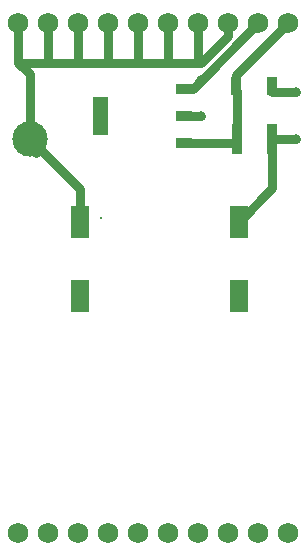
<source format=gbr>
%TF.GenerationSoftware,KiCad,Pcbnew,8.0.8*%
%TF.CreationDate,2025-02-03T20:57:14-05:00*%
%TF.ProjectId,5V Converter Module,35562043-6f6e-4766-9572-746572204d6f,rev?*%
%TF.SameCoordinates,Original*%
%TF.FileFunction,Copper,L1,Top*%
%TF.FilePolarity,Positive*%
%FSLAX46Y46*%
G04 Gerber Fmt 4.6, Leading zero omitted, Abs format (unit mm)*
G04 Created by KiCad (PCBNEW 8.0.8) date 2025-02-03 20:57:14*
%MOMM*%
%LPD*%
G01*
G04 APERTURE LIST*
%TA.AperFunction,EtchedComponent*%
%ADD10C,0.000000*%
%TD*%
%TA.AperFunction,ComponentPad*%
%ADD11C,3.000000*%
%TD*%
%TA.AperFunction,SMDPad,CuDef*%
%ADD12R,1.320800X0.939800*%
%TD*%
%TA.AperFunction,SMDPad,CuDef*%
%ADD13R,1.570000X2.820000*%
%TD*%
%TA.AperFunction,ComponentPad*%
%ADD14C,1.750000*%
%TD*%
%TA.AperFunction,SMDPad,CuDef*%
%ADD15R,0.955600X2.500000*%
%TD*%
%TA.AperFunction,SMDPad,CuDef*%
%ADD16R,0.855600X1.600000*%
%TD*%
%TA.AperFunction,ViaPad*%
%ADD17C,0.800000*%
%TD*%
%TA.AperFunction,Conductor*%
%ADD18C,0.750000*%
%TD*%
%TA.AperFunction,Conductor*%
%ADD19C,0.200000*%
%TD*%
G04 APERTURE END LIST*
D10*
%TA.AperFunction,EtchedComponent*%
%TO.C,U1*%
G36*
X58457100Y-34841450D02*
G01*
X57136300Y-34841450D01*
X57136300Y-31590250D01*
X58457100Y-31590250D01*
X58457100Y-34841450D01*
G37*
%TD.AperFunction*%
%TD*%
D11*
%TO.P,+5V,1,1*%
%TO.N,Net-(F1-Pad1_1)*%
X51840000Y-35215850D03*
%TD*%
D12*
%TO.P,U1,1,GND*%
%TO.N,/GND*%
X64883300Y-35514550D03*
%TO.P,U1,2,VO*%
%TO.N,Net-(U1-VO)*%
X64883300Y-33215850D03*
%TO.P,U1,3,VI*%
%TO.N,/Vs*%
X64883300Y-30917150D03*
%TD*%
D13*
%TO.P,F1,1_1*%
%TO.N,Net-(F1-Pad1_1)*%
X56040000Y-42195850D03*
%TO.P,F1,1_2*%
%TO.N,N/C*%
X56040000Y-48515850D03*
%TO.P,F1,2_1*%
%TO.N,Net-(U1-VO)*%
X69500000Y-42195850D03*
%TO.P,F1,2_2*%
%TO.N,N/C*%
X69500000Y-48515850D03*
%TD*%
D14*
%TO.P,J1,1,1*%
%TO.N,Net-(F1-Pad1_1)*%
X50800000Y-25400000D03*
%TO.P,J1,2,2*%
X53340000Y-25400000D03*
%TO.P,J1,3,3*%
X55880000Y-25400000D03*
%TO.P,J1,4,4*%
X58420000Y-25400000D03*
%TO.P,J1,5,5*%
X60960000Y-25400000D03*
%TO.P,J1,6,6*%
X63500000Y-25400000D03*
%TO.P,J1,7,7*%
X66040000Y-25400000D03*
%TO.P,J1,8,8*%
X68580000Y-25400000D03*
%TO.P,J1,9,9*%
%TO.N,/Vs*%
X71120000Y-25400000D03*
%TO.P,J1,10,10*%
%TO.N,/GND*%
X73660000Y-25400000D03*
%TD*%
D15*
%TO.P,C2,1*%
%TO.N,Net-(U1-VO)*%
X72340000Y-35215850D03*
%TO.P,C2,2*%
%TO.N,/GND*%
X69384398Y-35215850D03*
%TD*%
D14*
%TO.P,J1,1,1*%
%TO.N,N/C*%
X50800000Y-68580000D03*
%TO.P,J1,2,2*%
X53340000Y-68580000D03*
%TO.P,J1,3,3*%
X55880000Y-68580000D03*
%TO.P,J1,4,4*%
X58420000Y-68580000D03*
%TO.P,J1,5,5*%
X60960000Y-68580000D03*
%TO.P,J1,6,6*%
X63500000Y-68580000D03*
%TO.P,J1,7,7*%
X66040000Y-68580000D03*
%TO.P,J1,8,8*%
X68580000Y-68580000D03*
%TO.P,J1,9,9*%
X71120000Y-68580000D03*
%TO.P,J1,10,10*%
X73660000Y-68580000D03*
%TD*%
D16*
%TO.P,C1,1*%
%TO.N,/Vs*%
X72367801Y-30715850D03*
%TO.P,C1,2*%
%TO.N,/GND*%
X69312199Y-30715850D03*
%TD*%
D17*
%TO.N,/Vs*%
X74340000Y-31215850D03*
X66340000Y-30215850D03*
%TO.N,Net-(U1-VO)*%
X66340000Y-33215850D03*
X74340000Y-35215850D03*
%TD*%
D18*
%TO.N,/GND*%
X69384398Y-35215850D02*
X69384398Y-31315850D01*
X69312199Y-29747801D02*
X73660000Y-25400000D01*
X69384398Y-31315850D02*
X69284398Y-31215850D01*
X64832500Y-35514550D02*
X69085698Y-35514550D01*
X69284398Y-31160248D02*
X69340000Y-31104646D01*
X69085698Y-35514550D02*
X69384398Y-35215850D01*
X69284398Y-31215850D02*
X69284398Y-31160248D01*
X69312199Y-30715850D02*
X69312199Y-29747801D01*
%TO.N,/Vs*%
X72340000Y-31215850D02*
X74340000Y-31215850D01*
X65602850Y-30917150D02*
X71120000Y-25400000D01*
X64832500Y-30917150D02*
X65602850Y-30917150D01*
X64832500Y-30917150D02*
X65638700Y-30917150D01*
X65638700Y-30917150D02*
X66340000Y-30215850D01*
%TO.N,Net-(U1-VO)*%
X72340000Y-39355850D02*
X69500000Y-42195850D01*
X72340000Y-35215850D02*
X74340000Y-35215850D01*
X72340000Y-35215850D02*
X72340000Y-39355850D01*
X64832500Y-33215850D02*
X66340000Y-33215850D01*
%TO.N,Net-(F1-Pad1_1)*%
X66040000Y-25400000D02*
X66040000Y-28415850D01*
X55880000Y-28675850D02*
X55840000Y-28715850D01*
X55840000Y-28715850D02*
X58340000Y-28715850D01*
X60840000Y-28715850D02*
X62840000Y-28715850D01*
X63500000Y-28555850D02*
X63340000Y-28715850D01*
X50800000Y-25400000D02*
X50800000Y-28675850D01*
X50840000Y-28715850D02*
X51840000Y-29715850D01*
X56040000Y-39415850D02*
X51840000Y-35215850D01*
X53340000Y-28715850D02*
X55840000Y-28715850D01*
X64340000Y-28715850D02*
X66340000Y-28715850D01*
X56040000Y-42195850D02*
X56040000Y-39415850D01*
X58420000Y-28635850D02*
X58340000Y-28715850D01*
X62840000Y-28715850D02*
X63340000Y-28715850D01*
X52340000Y-35715850D02*
X52340000Y-36355850D01*
X53340000Y-25400000D02*
X53340000Y-28715850D01*
X60960000Y-25400000D02*
X60960000Y-28595850D01*
X58340000Y-28715850D02*
X60840000Y-28715850D01*
X63340000Y-28715850D02*
X64340000Y-28715850D01*
X50840000Y-28715850D02*
X53340000Y-28715850D01*
X66340000Y-28715850D02*
X68580000Y-26475850D01*
X58420000Y-25400000D02*
X58420000Y-28635850D01*
X63500000Y-25400000D02*
X63500000Y-28555850D01*
X50800000Y-28675850D02*
X50840000Y-28715850D01*
D19*
X57880000Y-41895850D02*
X57880000Y-41755850D01*
D18*
X60960000Y-28595850D02*
X60840000Y-28715850D01*
X66040000Y-28415850D02*
X66340000Y-28715850D01*
X51840000Y-35215850D02*
X52340000Y-35715850D01*
X55880000Y-25400000D02*
X55880000Y-28675850D01*
X68580000Y-26475850D02*
X68580000Y-25400000D01*
X51840000Y-29715850D02*
X51840000Y-35215850D01*
%TD*%
M02*

</source>
